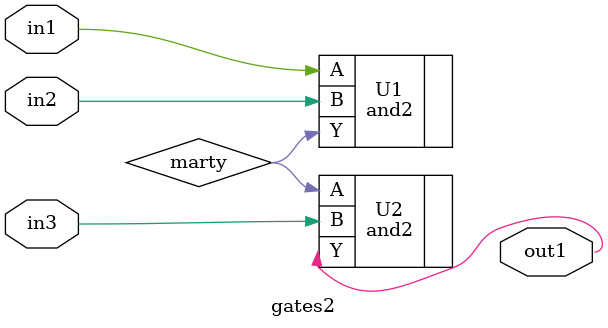
<source format=v>
module gates2 ( 
  input in1,
  input in2,
  input in3,
  output wire out1
  );
 
and2 U1 ( .A(in1), .B(in2), .Y(marty) );
and2 U2 ( .A(marty), .B(in3), .Y(out1) );
 
 
endmodule


</source>
